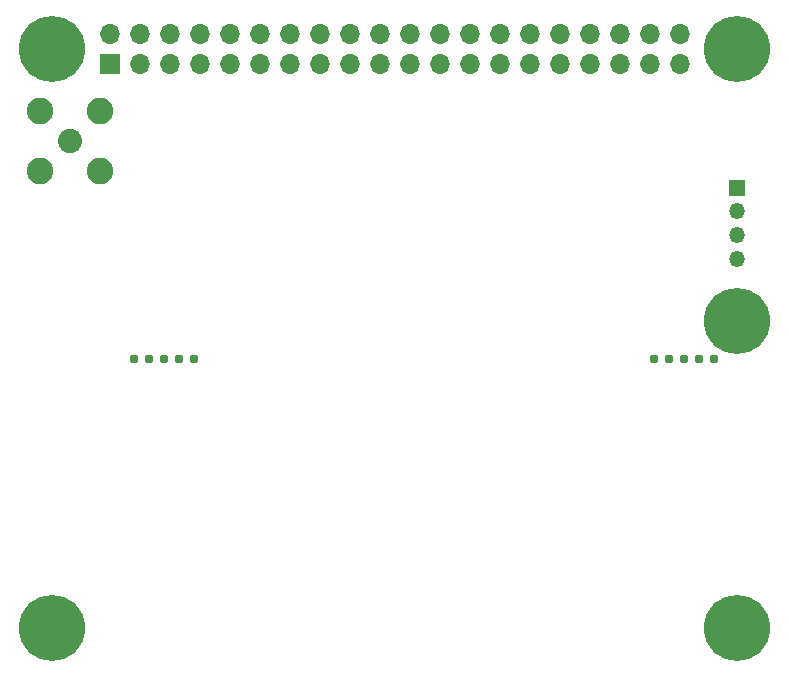
<source format=gbr>
%TF.GenerationSoftware,KiCad,Pcbnew,(6.0.1)*%
%TF.CreationDate,2022-10-10T15:56:49-07:00*%
%TF.ProjectId,WSPR40,57535052-3430-42e6-9b69-6361645f7063,rev?*%
%TF.SameCoordinates,Original*%
%TF.FileFunction,Soldermask,Bot*%
%TF.FilePolarity,Negative*%
%FSLAX46Y46*%
G04 Gerber Fmt 4.6, Leading zero omitted, Abs format (unit mm)*
G04 Created by KiCad (PCBNEW (6.0.1)) date 2022-10-10 15:56:49*
%MOMM*%
%LPD*%
G01*
G04 APERTURE LIST*
%ADD10R,1.350000X1.350000*%
%ADD11O,1.350000X1.350000*%
%ADD12C,5.600000*%
%ADD13C,0.787400*%
%ADD14C,2.250000*%
%ADD15C,2.050000*%
%ADD16O,1.700000X1.700000*%
%ADD17R,1.700000X1.700000*%
G04 APERTURE END LIST*
D10*
%TO.C,J1*%
X111500000Y-65250000D03*
D11*
X111500000Y-67250000D03*
X111500000Y-69250000D03*
X111500000Y-71250000D03*
%TD*%
D12*
%TO.C,H3*%
X111500000Y-76500000D03*
%TD*%
D13*
%TO.C,H6*%
X105730000Y-79746000D03*
X104460000Y-79746000D03*
X108270000Y-79746000D03*
X109540000Y-79746000D03*
X107000000Y-79746000D03*
%TD*%
%TO.C,H7*%
X63000000Y-79746000D03*
X64270000Y-79746000D03*
X65540000Y-79746000D03*
X61730000Y-79746000D03*
X60460000Y-79746000D03*
%TD*%
D14*
%TO.C,J3*%
X57540000Y-58710000D03*
X52460000Y-63790000D03*
X57540000Y-63790000D03*
X52460000Y-58710000D03*
D15*
X55000000Y-61250000D03*
%TD*%
D12*
%TO.C,H2*%
X111500000Y-53500000D03*
%TD*%
%TO.C,H1*%
X53500000Y-53500000D03*
%TD*%
%TO.C,H5*%
X53500000Y-102500000D03*
%TD*%
%TO.C,H4*%
X111500000Y-102500000D03*
%TD*%
D16*
%TO.C,J2*%
X106660000Y-52250000D03*
X106660000Y-54790000D03*
X104120000Y-52250000D03*
X104120000Y-54790000D03*
X101580000Y-52250000D03*
X101580000Y-54790000D03*
X99040000Y-52250000D03*
X99040000Y-54790000D03*
X96500000Y-52250000D03*
X96500000Y-54790000D03*
X93960000Y-52250000D03*
X93960000Y-54790000D03*
X91420000Y-52250000D03*
X91420000Y-54790000D03*
X88880000Y-52250000D03*
X88880000Y-54790000D03*
X86340000Y-52250000D03*
X86340000Y-54790000D03*
X83800000Y-52250000D03*
X83800000Y-54790000D03*
X81260000Y-52250000D03*
X81260000Y-54790000D03*
X78720000Y-52250000D03*
X78720000Y-54790000D03*
X76180000Y-52250000D03*
X76180000Y-54790000D03*
X73640000Y-52250000D03*
X73640000Y-54790000D03*
X71100000Y-52250000D03*
X71100000Y-54790000D03*
X68560000Y-52250000D03*
X68560000Y-54790000D03*
X66020000Y-52250000D03*
X66020000Y-54790000D03*
X63480000Y-52250000D03*
X63480000Y-54790000D03*
X60940000Y-52250000D03*
X60940000Y-54790000D03*
X58400000Y-52250000D03*
D17*
X58400000Y-54790000D03*
%TD*%
M02*

</source>
